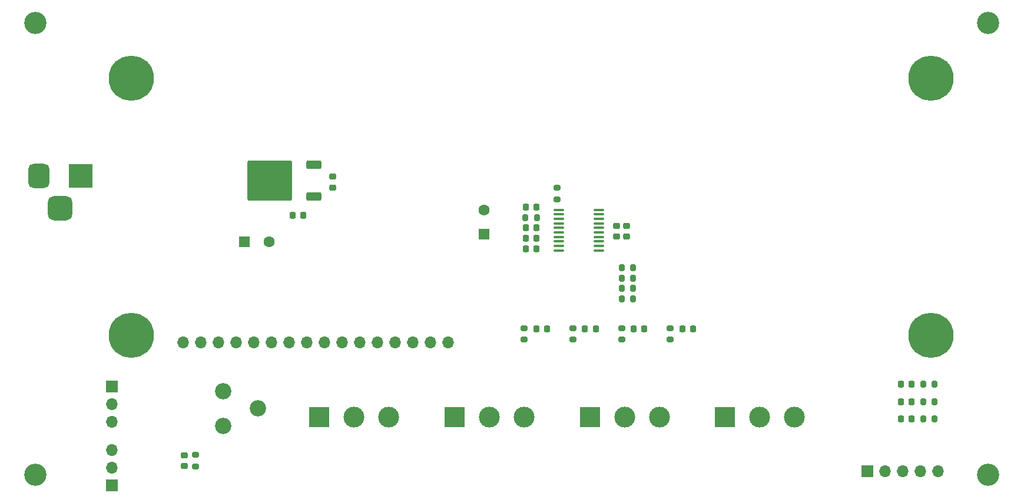
<source format=gbr>
%TF.GenerationSoftware,KiCad,Pcbnew,7.0.0-1.fc37*%
%TF.CreationDate,2023-06-05T08:34:40+02:00*%
%TF.ProjectId,smokePID,736d6f6b-6550-4494-942e-6b696361645f,rev?*%
%TF.SameCoordinates,Original*%
%TF.FileFunction,Soldermask,Top*%
%TF.FilePolarity,Negative*%
%FSLAX46Y46*%
G04 Gerber Fmt 4.6, Leading zero omitted, Abs format (unit mm)*
G04 Created by KiCad (PCBNEW 7.0.0-1.fc37) date 2023-06-05 08:34:40*
%MOMM*%
%LPD*%
G01*
G04 APERTURE LIST*
G04 Aperture macros list*
%AMRoundRect*
0 Rectangle with rounded corners*
0 $1 Rounding radius*
0 $2 $3 $4 $5 $6 $7 $8 $9 X,Y pos of 4 corners*
0 Add a 4 corners polygon primitive as box body*
4,1,4,$2,$3,$4,$5,$6,$7,$8,$9,$2,$3,0*
0 Add four circle primitives for the rounded corners*
1,1,$1+$1,$2,$3*
1,1,$1+$1,$4,$5*
1,1,$1+$1,$6,$7*
1,1,$1+$1,$8,$9*
0 Add four rect primitives between the rounded corners*
20,1,$1+$1,$2,$3,$4,$5,0*
20,1,$1+$1,$4,$5,$6,$7,0*
20,1,$1+$1,$6,$7,$8,$9,0*
20,1,$1+$1,$8,$9,$2,$3,0*%
G04 Aperture macros list end*
%ADD10R,1.600000X1.600000*%
%ADD11C,1.600000*%
%ADD12RoundRect,0.218750X-0.218750X-0.256250X0.218750X-0.256250X0.218750X0.256250X-0.218750X0.256250X0*%
%ADD13RoundRect,0.225000X-0.225000X-0.250000X0.225000X-0.250000X0.225000X0.250000X-0.225000X0.250000X0*%
%ADD14C,3.200000*%
%ADD15RoundRect,0.225000X0.250000X-0.225000X0.250000X0.225000X-0.250000X0.225000X-0.250000X-0.225000X0*%
%ADD16R,3.500000X3.500000*%
%ADD17RoundRect,0.750000X-0.750000X-1.000000X0.750000X-1.000000X0.750000X1.000000X-0.750000X1.000000X0*%
%ADD18RoundRect,0.875000X-0.875000X-0.875000X0.875000X-0.875000X0.875000X0.875000X-0.875000X0.875000X0*%
%ADD19RoundRect,0.200000X0.200000X0.275000X-0.200000X0.275000X-0.200000X-0.275000X0.200000X-0.275000X0*%
%ADD20R,1.700000X1.700000*%
%ADD21O,1.700000X1.700000*%
%ADD22RoundRect,0.200000X0.275000X-0.200000X0.275000X0.200000X-0.275000X0.200000X-0.275000X-0.200000X0*%
%ADD23RoundRect,0.225000X-0.250000X0.225000X-0.250000X-0.225000X0.250000X-0.225000X0.250000X0.225000X0*%
%ADD24RoundRect,0.225000X0.225000X0.250000X-0.225000X0.250000X-0.225000X-0.250000X0.225000X-0.250000X0*%
%ADD25RoundRect,0.250000X0.850000X0.350000X-0.850000X0.350000X-0.850000X-0.350000X0.850000X-0.350000X0*%
%ADD26RoundRect,0.249997X2.950003X2.650003X-2.950003X2.650003X-2.950003X-2.650003X2.950003X-2.650003X0*%
%ADD27RoundRect,0.200000X-0.200000X-0.275000X0.200000X-0.275000X0.200000X0.275000X-0.200000X0.275000X0*%
%ADD28R,3.000000X3.000000*%
%ADD29C,3.000000*%
%ADD30RoundRect,0.100000X-0.637500X-0.100000X0.637500X-0.100000X0.637500X0.100000X-0.637500X0.100000X0*%
%ADD31C,6.500000*%
%ADD32C,2.340000*%
G04 APERTURE END LIST*
D10*
%TO.C,C3*%
X82047348Y-99469999D03*
D11*
X85547349Y-99470000D03*
%TD*%
D12*
%TO.C,D3*%
X176425000Y-125000000D03*
X178000000Y-125000000D03*
%TD*%
D13*
%TO.C,C13*%
X124000000Y-112000000D03*
X125550000Y-112000000D03*
%TD*%
D14*
%TO.C,H4*%
X52000000Y-133000000D03*
%TD*%
D15*
%TO.C,C14*%
X73430000Y-131775000D03*
X73430000Y-130225000D03*
%TD*%
D16*
%TO.C,J2*%
X58499999Y-89999999D03*
D17*
X52500000Y-90000000D03*
D18*
X55500000Y-94700000D03*
%TD*%
D19*
%TO.C,R11*%
X137925000Y-103200000D03*
X136275000Y-103200000D03*
%TD*%
D10*
%TO.C,C9*%
X116499999Y-98402650D03*
D11*
X116500000Y-94902651D03*
%TD*%
D19*
%TO.C,R10*%
X181287500Y-125010000D03*
X179637500Y-125010000D03*
%TD*%
D20*
%TO.C,M1*%
X62999999Y-120324999D03*
D21*
X62999999Y-122864999D03*
X62999999Y-125404999D03*
%TD*%
D13*
%TO.C,C11*%
X138000000Y-112000000D03*
X139550000Y-112000000D03*
%TD*%
D22*
%TO.C,R2*%
X127000000Y-93400000D03*
X127000000Y-91750000D03*
%TD*%
D19*
%TO.C,R12*%
X137950000Y-104730000D03*
X136300000Y-104730000D03*
%TD*%
D12*
%TO.C,D1*%
X176425000Y-120000000D03*
X178000000Y-120000000D03*
%TD*%
D20*
%TO.C,J1*%
X171579999Y-132499999D03*
D21*
X174119999Y-132499999D03*
X176659999Y-132499999D03*
X179199999Y-132499999D03*
X181739999Y-132499999D03*
%TD*%
D22*
%TO.C,R3*%
X143275000Y-113575000D03*
X143275000Y-111925000D03*
%TD*%
D20*
%TO.C,U5*%
X62999999Y-134524999D03*
D21*
X62999999Y-131984999D03*
X62999999Y-129444999D03*
%TD*%
D23*
%TO.C,C1*%
X94750000Y-90140000D03*
X94750000Y-91690000D03*
%TD*%
D24*
%TO.C,C4*%
X124025000Y-100500000D03*
X122475000Y-100500000D03*
%TD*%
D14*
%TO.C,H2*%
X189000000Y-68000000D03*
%TD*%
D19*
%TO.C,R14*%
X137925000Y-107700000D03*
X136275000Y-107700000D03*
%TD*%
D25*
%TO.C,U3*%
X92000000Y-93000000D03*
D26*
X85700000Y-90720000D03*
D25*
X92000000Y-88440000D03*
%TD*%
D13*
%TO.C,C2*%
X88950000Y-95690000D03*
X90500000Y-95690000D03*
%TD*%
%TO.C,C12*%
X131000000Y-112000000D03*
X132550000Y-112000000D03*
%TD*%
D22*
%TO.C,R4*%
X136275000Y-113575000D03*
X136275000Y-111925000D03*
%TD*%
%TO.C,R5*%
X129275000Y-113575000D03*
X129275000Y-111925000D03*
%TD*%
%TO.C,R7*%
X75000000Y-131825000D03*
X75000000Y-130175000D03*
%TD*%
D27*
%TO.C,R8*%
X179637500Y-119990000D03*
X181287500Y-119990000D03*
%TD*%
D23*
%TO.C,C7*%
X137000000Y-97225000D03*
X137000000Y-98775000D03*
%TD*%
D28*
%TO.C,RV1*%
X92799999Y-124699999D03*
D29*
X97800000Y-124700000D03*
X102800000Y-124700000D03*
%TD*%
D14*
%TO.C,H1*%
X52000000Y-68000000D03*
%TD*%
D30*
%TO.C,U1*%
X127250000Y-94900000D03*
X127250000Y-95550000D03*
X127250000Y-96200000D03*
X127250000Y-96850000D03*
X127250000Y-97500000D03*
X127250000Y-98150000D03*
X127250000Y-98800000D03*
X127250000Y-99450000D03*
X127250000Y-100100000D03*
X127250000Y-100750000D03*
X132975000Y-100750000D03*
X132975000Y-100100000D03*
X132975000Y-99450000D03*
X132975000Y-98800000D03*
X132975000Y-98150000D03*
X132975000Y-97500000D03*
X132975000Y-96850000D03*
X132975000Y-96200000D03*
X132975000Y-95550000D03*
X132975000Y-94900000D03*
%TD*%
D28*
%TO.C,RV4*%
X151149999Y-124699999D03*
D29*
X156150000Y-124700000D03*
X161150000Y-124700000D03*
%TD*%
D12*
%TO.C,FB1*%
X122462500Y-97500000D03*
X124037500Y-97500000D03*
%TD*%
D31*
%TO.C,U2*%
X65775000Y-76000000D03*
X65775000Y-113000000D03*
X180775000Y-76000000D03*
X180775000Y-113000000D03*
D21*
X106274999Y-113999999D03*
X103734999Y-113999999D03*
X101194999Y-113999999D03*
X98654999Y-113999999D03*
X96114999Y-113999999D03*
X93574999Y-113999999D03*
X91034999Y-113999999D03*
X88494999Y-113999999D03*
X85954999Y-113999999D03*
X83414999Y-113999999D03*
X80874999Y-113999999D03*
X78334999Y-113999999D03*
X75794999Y-113999999D03*
X73254999Y-113999999D03*
X111354999Y-113999999D03*
X108814999Y-113999999D03*
%TD*%
D27*
%TO.C,R1*%
X122425000Y-96000000D03*
X124075000Y-96000000D03*
%TD*%
D13*
%TO.C,C10*%
X145000000Y-112000000D03*
X146550000Y-112000000D03*
%TD*%
D14*
%TO.C,H3*%
X189000000Y-133000000D03*
%TD*%
D24*
%TO.C,C5*%
X124050000Y-94500000D03*
X122500000Y-94500000D03*
%TD*%
D19*
%TO.C,R9*%
X181287500Y-122500000D03*
X179637500Y-122500000D03*
%TD*%
D24*
%TO.C,C6*%
X124025000Y-99000000D03*
X122475000Y-99000000D03*
%TD*%
D28*
%TO.C,RV2*%
X112249999Y-124699999D03*
D29*
X117250000Y-124700000D03*
X122250000Y-124700000D03*
%TD*%
D19*
%TO.C,R13*%
X137925000Y-106200000D03*
X136275000Y-106200000D03*
%TD*%
D22*
%TO.C,R6*%
X122275000Y-113575000D03*
X122275000Y-111925000D03*
%TD*%
D32*
%TO.C,RV5*%
X79000000Y-121000000D03*
X84000000Y-123500000D03*
X79000000Y-126000000D03*
%TD*%
D23*
%TO.C,C8*%
X135500000Y-97225000D03*
X135500000Y-98775000D03*
%TD*%
D12*
%TO.C,D2*%
X176425000Y-122500000D03*
X178000000Y-122500000D03*
%TD*%
D28*
%TO.C,RV3*%
X131699999Y-124699999D03*
D29*
X136700000Y-124700000D03*
X141700000Y-124700000D03*
%TD*%
M02*

</source>
